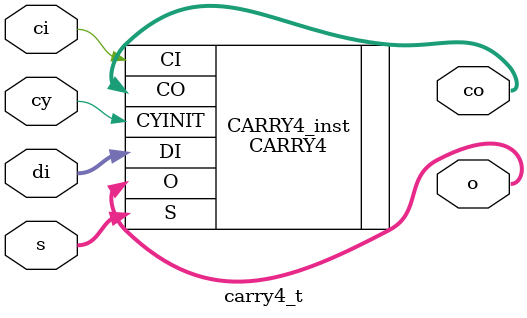
<source format=v>
module carry4_t(
        input  wire[3:0]     s, di,
        input  wire         ci, cy,
        output wire[3:0]    co, o
        );

    CARRY4 CARRY4_inst (
        .CO(co),         // 4-bit carry out
        .O(o),             // 4-bit carry chain XOR data out
        .CI(ci),         // 1-bit carry cascade input
        .CYINIT(cy),     // 1-bit carry initialization
        .DI(di),         // 4-bit carry-MUX data in
        .S(s)            // 4-bit carry-MUX select input
    );


endmodule
</source>
